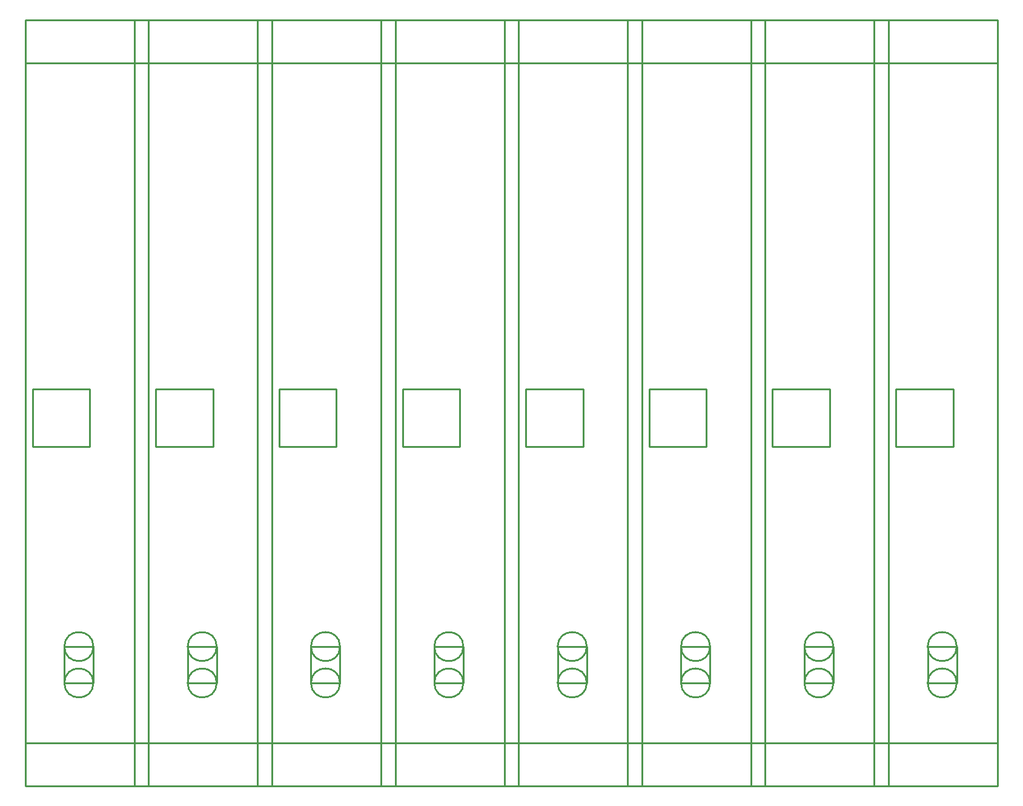
<source format=gko>
G04 Layer: BoardOutlineLayer*
G04 Panelize: V-CUT, Column: 8, Row: 1, Board Size: 15.24mm x 95mm, Panelized Board Size: 135.92mm x 95mm*
G04 EasyEDA v6.5.34, 2023-08-21 18:11:39*
G04 3bfda8faaeb148089eadf0c8bcf69e3c,5a6b42c53f6a479593ecc07194224c93,10*
G04 Gerber Generator version 0.2*
G04 Scale: 100 percent, Rotated: No, Reflected: No *
G04 Dimensions in millimeters *
G04 leading zeros omitted , absolute positions ,4 integer and 5 decimal *
%FSLAX45Y45*%
%MOMM*%

%ADD10C,0.2540*%
D10*
X254000Y11315700D02*
G01*
X1778000Y11315700D01*
X1778000Y1816100D01*
X254000Y1816100D01*
X254000Y11315700D01*
G75*
G01*
X800100Y2654300D02*
G02*
X1206500Y2654300I203200J0D01*
G75*
G01*
X1206500Y2654300D02*
G02*
X800100Y2654300I-203200J0D01*
X800100Y2654300D02*
G01*
X800100Y2654300D01*
X800100Y3162300D02*
G01*
X800100Y2654300D01*
X800100Y2654300D02*
G01*
X1206500Y2654300D01*
X1206500Y2654300D02*
G01*
X1206500Y3162300D01*
X1206500Y3162300D02*
G01*
X800100Y3162300D01*
G75*
G01*
X800100Y3162300D02*
G02*
X1206500Y3162300I203200J0D01*
G75*
G01*
X1206500Y3162300D02*
G02*
X800100Y3162300I-203200J0D01*
X800100Y3162300D02*
G01*
X800100Y3162300D01*
X355600Y6756400D02*
G01*
X355600Y5956401D01*
X355600Y5956401D02*
G01*
X1155598Y5956401D01*
X1155598Y5956401D02*
G01*
X1155598Y6756400D01*
X1155598Y6756400D02*
G01*
X355600Y6756400D01*
X1977999Y11315700D02*
G01*
X3501999Y11315700D01*
X3501999Y1816100D01*
X1977999Y1816100D01*
X1977999Y11315700D01*
G75*
G01*
X2524100Y2654300D02*
G02*
X2930500Y2654300I203200J0D01*
G75*
G01*
X2930500Y2654300D02*
G02*
X2524100Y2654300I-203200J0D01*
X2524099Y2654300D02*
G01*
X2524099Y2654300D01*
X2524099Y3162300D02*
G01*
X2524099Y2654300D01*
X2524099Y2654300D02*
G01*
X2930499Y2654300D01*
X2930499Y2654300D02*
G01*
X2930499Y3162300D01*
X2930499Y3162300D02*
G01*
X2524099Y3162300D01*
G75*
G01*
X2524100Y3162300D02*
G02*
X2930500Y3162300I203200J0D01*
G75*
G01*
X2930500Y3162300D02*
G02*
X2524100Y3162300I-203200J0D01*
X2524099Y3162300D02*
G01*
X2524099Y3162300D01*
X2079599Y6756400D02*
G01*
X2079599Y5956401D01*
X2079599Y5956401D02*
G01*
X2879597Y5956401D01*
X2879597Y5956401D02*
G01*
X2879597Y6756400D01*
X2879597Y6756400D02*
G01*
X2079599Y6756400D01*
X3701999Y11315700D02*
G01*
X5225999Y11315700D01*
X5225999Y1816100D01*
X3701999Y1816100D01*
X3701999Y11315700D01*
G75*
G01*
X4248099Y2654300D02*
G02*
X4654499Y2654300I203200J0D01*
G75*
G01*
X4654499Y2654300D02*
G02*
X4248099Y2654300I-203200J0D01*
X4248099Y2654300D02*
G01*
X4248099Y2654300D01*
X4248099Y3162300D02*
G01*
X4248099Y2654300D01*
X4248099Y2654300D02*
G01*
X4654499Y2654300D01*
X4654499Y2654300D02*
G01*
X4654499Y3162300D01*
X4654499Y3162300D02*
G01*
X4248099Y3162300D01*
G75*
G01*
X4248099Y3162300D02*
G02*
X4654499Y3162300I203200J0D01*
G75*
G01*
X4654499Y3162300D02*
G02*
X4248099Y3162300I-203200J0D01*
X4248099Y3162300D02*
G01*
X4248099Y3162300D01*
X3803599Y6756400D02*
G01*
X3803599Y5956401D01*
X3803599Y5956401D02*
G01*
X4603597Y5956401D01*
X4603597Y5956401D02*
G01*
X4603597Y6756400D01*
X4603597Y6756400D02*
G01*
X3803599Y6756400D01*
X5425998Y11315700D02*
G01*
X6949998Y11315700D01*
X6949998Y1816100D01*
X5425998Y1816100D01*
X5425998Y11315700D01*
G75*
G01*
X5972099Y2654300D02*
G02*
X6378499Y2654300I203200J0D01*
G75*
G01*
X6378499Y2654300D02*
G02*
X5972099Y2654300I-203200J0D01*
X5972098Y2654300D02*
G01*
X5972098Y2654300D01*
X5972098Y3162300D02*
G01*
X5972098Y2654300D01*
X5972098Y2654300D02*
G01*
X6378498Y2654300D01*
X6378498Y2654300D02*
G01*
X6378498Y3162300D01*
X6378498Y3162300D02*
G01*
X5972098Y3162300D01*
G75*
G01*
X5972099Y3162300D02*
G02*
X6378499Y3162300I203200J0D01*
G75*
G01*
X6378499Y3162300D02*
G02*
X5972099Y3162300I-203200J0D01*
X5972098Y3162300D02*
G01*
X5972098Y3162300D01*
X5527598Y6756400D02*
G01*
X5527598Y5956401D01*
X5527598Y5956401D02*
G01*
X6327597Y5956401D01*
X6327597Y5956401D02*
G01*
X6327597Y6756400D01*
X6327597Y6756400D02*
G01*
X5527598Y6756400D01*
X7149998Y11315700D02*
G01*
X8673998Y11315700D01*
X8673998Y1816100D01*
X7149998Y1816100D01*
X7149998Y11315700D01*
G75*
G01*
X7696098Y2654300D02*
G02*
X8102498Y2654300I203200J0D01*
G75*
G01*
X8102498Y2654300D02*
G02*
X7696098Y2654300I-203200J0D01*
X7696098Y2654300D02*
G01*
X7696098Y2654300D01*
X7696098Y3162300D02*
G01*
X7696098Y2654300D01*
X7696098Y2654300D02*
G01*
X8102498Y2654300D01*
X8102498Y2654300D02*
G01*
X8102498Y3162300D01*
X8102498Y3162300D02*
G01*
X7696098Y3162300D01*
G75*
G01*
X7696098Y3162300D02*
G02*
X8102498Y3162300I203200J0D01*
G75*
G01*
X8102498Y3162300D02*
G02*
X7696098Y3162300I-203200J0D01*
X7696098Y3162300D02*
G01*
X7696098Y3162300D01*
X7251598Y6756400D02*
G01*
X7251598Y5956401D01*
X7251598Y5956401D02*
G01*
X8051596Y5956401D01*
X8051596Y5956401D02*
G01*
X8051596Y6756400D01*
X8051596Y6756400D02*
G01*
X7251598Y6756400D01*
X8873997Y11315700D02*
G01*
X10397997Y11315700D01*
X10397997Y1816100D01*
X8873997Y1816100D01*
X8873997Y11315700D01*
G75*
G01*
X9420098Y2654300D02*
G02*
X9826498Y2654300I203200J0D01*
G75*
G01*
X9826498Y2654300D02*
G02*
X9420098Y2654300I-203200J0D01*
X9420097Y2654300D02*
G01*
X9420097Y2654300D01*
X9420097Y3162300D02*
G01*
X9420097Y2654300D01*
X9420097Y2654300D02*
G01*
X9826497Y2654300D01*
X9826497Y2654300D02*
G01*
X9826497Y3162300D01*
X9826497Y3162300D02*
G01*
X9420097Y3162300D01*
G75*
G01*
X9420098Y3162300D02*
G02*
X9826498Y3162300I203200J0D01*
G75*
G01*
X9826498Y3162300D02*
G02*
X9420098Y3162300I-203200J0D01*
X9420097Y3162300D02*
G01*
X9420097Y3162300D01*
X8975597Y6756400D02*
G01*
X8975597Y5956401D01*
X8975597Y5956401D02*
G01*
X9775596Y5956401D01*
X9775596Y5956401D02*
G01*
X9775596Y6756400D01*
X9775596Y6756400D02*
G01*
X8975597Y6756400D01*
X10597997Y11315700D02*
G01*
X12121997Y11315700D01*
X12121997Y1816100D01*
X10597997Y1816100D01*
X10597997Y11315700D01*
G75*
G01*
X11144098Y2654300D02*
G02*
X11550498Y2654300I203200J0D01*
G75*
G01*
X11550498Y2654300D02*
G02*
X11144098Y2654300I-203200J0D01*
X11144097Y2654300D02*
G01*
X11144097Y2654300D01*
X11144097Y3162300D02*
G01*
X11144097Y2654300D01*
X11144097Y2654300D02*
G01*
X11550497Y2654300D01*
X11550497Y2654300D02*
G01*
X11550497Y3162300D01*
X11550497Y3162300D02*
G01*
X11144097Y3162300D01*
G75*
G01*
X11144098Y3162300D02*
G02*
X11550498Y3162300I203200J0D01*
G75*
G01*
X11550498Y3162300D02*
G02*
X11144098Y3162300I-203200J0D01*
X11144097Y3162300D02*
G01*
X11144097Y3162300D01*
X10699597Y6756400D02*
G01*
X10699597Y5956401D01*
X10699597Y5956401D02*
G01*
X11499595Y5956401D01*
X11499595Y5956401D02*
G01*
X11499595Y6756400D01*
X11499595Y6756400D02*
G01*
X10699597Y6756400D01*
X12321997Y11315700D02*
G01*
X13845997Y11315700D01*
X13845997Y1816100D01*
X12321997Y1816100D01*
X12321997Y11315700D01*
G75*
G01*
X12868097Y2654300D02*
G02*
X13274497Y2654300I203200J0D01*
G75*
G01*
X13274497Y2654300D02*
G02*
X12868097Y2654300I-203200J0D01*
X12868097Y2654300D02*
G01*
X12868097Y2654300D01*
X12868097Y3162300D02*
G01*
X12868097Y2654300D01*
X12868097Y2654300D02*
G01*
X13274497Y2654300D01*
X13274497Y2654300D02*
G01*
X13274497Y3162300D01*
X13274497Y3162300D02*
G01*
X12868097Y3162300D01*
G75*
G01*
X12868097Y3162300D02*
G02*
X13274497Y3162300I203200J0D01*
G75*
G01*
X13274497Y3162300D02*
G02*
X12868097Y3162300I-203200J0D01*
X12868097Y3162300D02*
G01*
X12868097Y3162300D01*
X12423597Y6756400D02*
G01*
X12423597Y5956401D01*
X12423597Y5956401D02*
G01*
X13223595Y5956401D01*
X13223595Y5956401D02*
G01*
X13223595Y6756400D01*
X13223595Y6756400D02*
G01*
X12423597Y6756400D01*
X254000Y11915698D02*
G01*
X13845997Y11915698D01*
X13845997Y1216101D01*
X254000Y1216101D01*
X254000Y11915698D01*
X254000Y11315700D02*
G01*
X13845997Y11315700D01*
X254000Y1816100D02*
G01*
X13845997Y1816100D01*
X254000Y11315700D02*
G01*
X13845997Y11315700D01*
X254000Y1816100D02*
G01*
X13845997Y1816100D01*
X1977999Y11915698D02*
G01*
X1977999Y1216101D01*
X1977999Y11915698D02*
G01*
X1977999Y1216101D01*
X1778000Y11915698D02*
G01*
X1778000Y1216101D01*
X1778000Y11915698D02*
G01*
X1778000Y1216101D01*
X3701999Y11915698D02*
G01*
X3701999Y1216101D01*
X3701999Y11915698D02*
G01*
X3701999Y1216101D01*
X3501999Y11915698D02*
G01*
X3501999Y1216101D01*
X3501999Y11915698D02*
G01*
X3501999Y1216101D01*
X5425998Y11915698D02*
G01*
X5425998Y1216101D01*
X5425998Y11915698D02*
G01*
X5425998Y1216101D01*
X5225999Y11915698D02*
G01*
X5225999Y1216101D01*
X5225999Y11915698D02*
G01*
X5225999Y1216101D01*
X7149998Y11915698D02*
G01*
X7149998Y1216101D01*
X7149998Y11915698D02*
G01*
X7149998Y1216101D01*
X6949998Y11915698D02*
G01*
X6949998Y1216101D01*
X6949998Y11915698D02*
G01*
X6949998Y1216101D01*
X8873997Y11915698D02*
G01*
X8873997Y1216101D01*
X8873997Y11915698D02*
G01*
X8873997Y1216101D01*
X8673998Y11915698D02*
G01*
X8673998Y1216101D01*
X8673998Y11915698D02*
G01*
X8673998Y1216101D01*
X10597997Y11915698D02*
G01*
X10597997Y1216101D01*
X10597997Y11915698D02*
G01*
X10597997Y1216101D01*
X10397997Y11915698D02*
G01*
X10397997Y1216101D01*
X10397997Y11915698D02*
G01*
X10397997Y1216101D01*
X12321997Y11915698D02*
G01*
X12321997Y1216101D01*
X12321997Y11915698D02*
G01*
X12321997Y1216101D01*
X12121997Y11915698D02*
G01*
X12121997Y1216101D01*
X12121997Y11915698D02*
G01*
X12121997Y1216101D01*

%LPD*%
M02*

</source>
